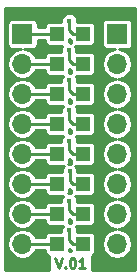
<source format=gtl>
%TF.GenerationSoftware,KiCad,Pcbnew,4.0.7*%
%TF.CreationDate,2017-11-27T18:36:53+08:00*%
%TF.ProjectId,LED_R,4C45445F522E6B696361645F70636200,rev?*%
%TF.FileFunction,Copper,L1,Top,Signal*%
%FSLAX46Y46*%
G04 Gerber Fmt 4.6, Leading zero omitted, Abs format (unit mm)*
G04 Created by KiCad (PCBNEW 4.0.7) date 11/27/17 18:36:53*
%MOMM*%
%LPD*%
G01*
G04 APERTURE LIST*
%ADD10C,0.100000*%
%ADD11C,0.212500*%
%ADD12R,1.200000X1.200000*%
%ADD13R,1.700000X1.700000*%
%ADD14O,1.700000X1.700000*%
%ADD15C,0.453000*%
%ADD16C,0.250000*%
%ADD17C,0.254000*%
G04 APERTURE END LIST*
D10*
D11*
X4774762Y-21724524D02*
X5058096Y-22574524D01*
X5341429Y-21724524D01*
X5624762Y-22493571D02*
X5665238Y-22534048D01*
X5624762Y-22574524D01*
X5584286Y-22534048D01*
X5624762Y-22493571D01*
X5624762Y-22574524D01*
X6191429Y-21724524D02*
X6272381Y-21724524D01*
X6353333Y-21765000D01*
X6393810Y-21805476D01*
X6434286Y-21886429D01*
X6474762Y-22048333D01*
X6474762Y-22250714D01*
X6434286Y-22412619D01*
X6393810Y-22493571D01*
X6353333Y-22534048D01*
X6272381Y-22574524D01*
X6191429Y-22574524D01*
X6110476Y-22534048D01*
X6070000Y-22493571D01*
X6029524Y-22412619D01*
X5989048Y-22250714D01*
X5989048Y-22048333D01*
X6029524Y-21886429D01*
X6070000Y-21805476D01*
X6110476Y-21765000D01*
X6191429Y-21724524D01*
X7284286Y-22574524D02*
X6798572Y-22574524D01*
X7041429Y-22574524D02*
X7041429Y-21724524D01*
X6960477Y-21845952D01*
X6879524Y-21926905D01*
X6798572Y-21967381D01*
D12*
X7097600Y-20489200D03*
X4897600Y-20489200D03*
X7097600Y-17949200D03*
X4897600Y-17949200D03*
X7097600Y-15409200D03*
X4897600Y-15409200D03*
X7097600Y-12869200D03*
X4897600Y-12869200D03*
X7097600Y-10329200D03*
X4897600Y-10329200D03*
X7097600Y-7789200D03*
X4897600Y-7789200D03*
X7097600Y-5249200D03*
X4897600Y-5249200D03*
X7097600Y-2709200D03*
X4897600Y-2709200D03*
D13*
X9997600Y-2709200D03*
D14*
X9997600Y-5249200D03*
X9997600Y-7789200D03*
X9997600Y-10329200D03*
X9997600Y-12869200D03*
X9997600Y-15409200D03*
X9997600Y-17949200D03*
X9997600Y-20489200D03*
D13*
X1997600Y-2709200D03*
D14*
X1997600Y-5249200D03*
X1997600Y-7789200D03*
X1997600Y-10329200D03*
X1997600Y-12869200D03*
X1997600Y-15409200D03*
X1997600Y-17949200D03*
X1997600Y-20489200D03*
D15*
X5950000Y-1600006D03*
X5900000Y-4100000D03*
X5950000Y-6650000D03*
X5950000Y-9200002D03*
X5950000Y-11750006D03*
X6000004Y-14350000D03*
X5950000Y-16850000D03*
X5950000Y-19350002D03*
D16*
X5950000Y-1920325D02*
X5950000Y-1600006D01*
X6247600Y-2709200D02*
X5950000Y-2411600D01*
X7097600Y-2709200D02*
X6247600Y-2709200D01*
X5950000Y-2411600D02*
X5950000Y-1920325D01*
X1997600Y-2709200D02*
X4897600Y-2709200D01*
X5900000Y-4420319D02*
X5900000Y-4100000D01*
X5900000Y-4901600D02*
X5900000Y-4420319D01*
X6247600Y-5249200D02*
X5900000Y-4901600D01*
X7097600Y-5249200D02*
X6247600Y-5249200D01*
X4897600Y-5249200D02*
X1997600Y-5249200D01*
X6247600Y-7789200D02*
X5950000Y-7491600D01*
X7097600Y-7789200D02*
X6247600Y-7789200D01*
X5950000Y-7491600D02*
X5950000Y-6970319D01*
X5950000Y-6970319D02*
X5950000Y-6650000D01*
X2199681Y-7789200D02*
X4897600Y-7789200D01*
X5950000Y-10031600D02*
X5950000Y-9520321D01*
X7097600Y-10329200D02*
X6247600Y-10329200D01*
X5950000Y-9520321D02*
X5950000Y-9200002D01*
X6247600Y-10329200D02*
X5950000Y-10031600D01*
X4897600Y-10329200D02*
X4047600Y-10329200D01*
X4047600Y-10329200D02*
X1997600Y-10329200D01*
X5950000Y-12571600D02*
X5950000Y-12070325D01*
X6247600Y-12869200D02*
X5950000Y-12571600D01*
X7097600Y-12869200D02*
X6247600Y-12869200D01*
X5950000Y-12070325D02*
X5950000Y-11750006D01*
X4897600Y-12869200D02*
X1997600Y-12869200D01*
X6000004Y-14670319D02*
X6000004Y-14350000D01*
X6000004Y-15161604D02*
X6000004Y-14670319D01*
X6247600Y-15409200D02*
X6000004Y-15161604D01*
X7097600Y-15409200D02*
X6247600Y-15409200D01*
X4897600Y-15409200D02*
X1997600Y-15409200D01*
X5950000Y-17170319D02*
X5950000Y-16850000D01*
X5950000Y-17651600D02*
X5950000Y-17170319D01*
X6247600Y-17949200D02*
X5950000Y-17651600D01*
X7097600Y-17949200D02*
X6247600Y-17949200D01*
X1997600Y-17949200D02*
X3199681Y-17949200D01*
X3199681Y-17949200D02*
X4897600Y-17949200D01*
X5950000Y-19670321D02*
X5950000Y-19350002D01*
X5950000Y-20191600D02*
X5950000Y-19670321D01*
X6247600Y-20489200D02*
X5950000Y-20191600D01*
X7097600Y-20489200D02*
X6247600Y-20489200D01*
X4897600Y-20489200D02*
X4047600Y-20489200D01*
X4047600Y-20489200D02*
X1997600Y-20489200D01*
D17*
G36*
X11498000Y-22698000D02*
X7873191Y-22698000D01*
X7873191Y-21483624D01*
X8001167Y-21401273D01*
X8098664Y-21258581D01*
X8132965Y-21089200D01*
X8132965Y-19889200D01*
X8103191Y-19730963D01*
X8009673Y-19585633D01*
X7866981Y-19488136D01*
X7697600Y-19453835D01*
X6603409Y-19453835D01*
X6603613Y-19220583D01*
X6506093Y-18984565D01*
X7697600Y-18984565D01*
X7855837Y-18954791D01*
X8001167Y-18861273D01*
X8098664Y-18718581D01*
X8132965Y-18549200D01*
X8132965Y-17349200D01*
X8103191Y-17190963D01*
X8009673Y-17045633D01*
X7866981Y-16948136D01*
X7697600Y-16913835D01*
X6603444Y-16913835D01*
X6603613Y-16720581D01*
X6504334Y-16480305D01*
X6461322Y-16437218D01*
X6497600Y-16444565D01*
X7697600Y-16444565D01*
X7855837Y-16414791D01*
X8001167Y-16321273D01*
X8098664Y-16178581D01*
X8132965Y-16009200D01*
X8132965Y-14809200D01*
X8103191Y-14650963D01*
X8009673Y-14505633D01*
X7866981Y-14408136D01*
X7697600Y-14373835D01*
X6653483Y-14373835D01*
X6653617Y-14220581D01*
X6554338Y-13980305D01*
X6473948Y-13899775D01*
X6497600Y-13904565D01*
X7697600Y-13904565D01*
X7855837Y-13874791D01*
X8001167Y-13781273D01*
X8098664Y-13638581D01*
X8132965Y-13469200D01*
X8132965Y-12269200D01*
X8103191Y-12110963D01*
X8009673Y-11965633D01*
X7866981Y-11868136D01*
X7697600Y-11833835D01*
X6603427Y-11833835D01*
X6603613Y-11620587D01*
X6504334Y-11380311D01*
X6486339Y-11362285D01*
X6497600Y-11364565D01*
X7697600Y-11364565D01*
X7855837Y-11334791D01*
X8001167Y-11241273D01*
X8098664Y-11098581D01*
X8132965Y-10929200D01*
X8132965Y-9729200D01*
X8103191Y-9570963D01*
X8009673Y-9425633D01*
X7866981Y-9328136D01*
X7697600Y-9293835D01*
X6603418Y-9293835D01*
X6603613Y-9070583D01*
X6504334Y-8830307D01*
X6498602Y-8824565D01*
X7697600Y-8824565D01*
X7855837Y-8794791D01*
X8001167Y-8701273D01*
X8098664Y-8558581D01*
X8132965Y-8389200D01*
X8132965Y-7189200D01*
X8103191Y-7030963D01*
X8009673Y-6885633D01*
X7866981Y-6788136D01*
X7697600Y-6753835D01*
X6603409Y-6753835D01*
X6603613Y-6520581D01*
X6506094Y-6284565D01*
X7697600Y-6284565D01*
X7855837Y-6254791D01*
X8001167Y-6161273D01*
X8098664Y-6018581D01*
X8132965Y-5849200D01*
X8132965Y-5249200D01*
X8695582Y-5249200D01*
X8792788Y-5737887D01*
X9069607Y-6152175D01*
X9483895Y-6428994D01*
X9937391Y-6519200D01*
X9483895Y-6609406D01*
X9069607Y-6886225D01*
X8792788Y-7300513D01*
X8695582Y-7789200D01*
X8792788Y-8277887D01*
X9069607Y-8692175D01*
X9483895Y-8968994D01*
X9937391Y-9059200D01*
X9483895Y-9149406D01*
X9069607Y-9426225D01*
X8792788Y-9840513D01*
X8695582Y-10329200D01*
X8792788Y-10817887D01*
X9069607Y-11232175D01*
X9483895Y-11508994D01*
X9937391Y-11599200D01*
X9483895Y-11689406D01*
X9069607Y-11966225D01*
X8792788Y-12380513D01*
X8695582Y-12869200D01*
X8792788Y-13357887D01*
X9069607Y-13772175D01*
X9483895Y-14048994D01*
X9937391Y-14139200D01*
X9483895Y-14229406D01*
X9069607Y-14506225D01*
X8792788Y-14920513D01*
X8695582Y-15409200D01*
X8792788Y-15897887D01*
X9069607Y-16312175D01*
X9483895Y-16588994D01*
X9937391Y-16679200D01*
X9483895Y-16769406D01*
X9069607Y-17046225D01*
X8792788Y-17460513D01*
X8695582Y-17949200D01*
X8792788Y-18437887D01*
X9069607Y-18852175D01*
X9483895Y-19128994D01*
X9937391Y-19219200D01*
X9483895Y-19309406D01*
X9069607Y-19586225D01*
X8792788Y-20000513D01*
X8695582Y-20489200D01*
X8792788Y-20977887D01*
X9069607Y-21392175D01*
X9483895Y-21668994D01*
X9972582Y-21766200D01*
X10022618Y-21766200D01*
X10511305Y-21668994D01*
X10925593Y-21392175D01*
X11202412Y-20977887D01*
X11299618Y-20489200D01*
X11202412Y-20000513D01*
X10925593Y-19586225D01*
X10511305Y-19309406D01*
X10057809Y-19219200D01*
X10511305Y-19128994D01*
X10925593Y-18852175D01*
X11202412Y-18437887D01*
X11299618Y-17949200D01*
X11202412Y-17460513D01*
X10925593Y-17046225D01*
X10511305Y-16769406D01*
X10057809Y-16679200D01*
X10511305Y-16588994D01*
X10925593Y-16312175D01*
X11202412Y-15897887D01*
X11299618Y-15409200D01*
X11202412Y-14920513D01*
X10925593Y-14506225D01*
X10511305Y-14229406D01*
X10057809Y-14139200D01*
X10511305Y-14048994D01*
X10925593Y-13772175D01*
X11202412Y-13357887D01*
X11299618Y-12869200D01*
X11202412Y-12380513D01*
X10925593Y-11966225D01*
X10511305Y-11689406D01*
X10057809Y-11599200D01*
X10511305Y-11508994D01*
X10925593Y-11232175D01*
X11202412Y-10817887D01*
X11299618Y-10329200D01*
X11202412Y-9840513D01*
X10925593Y-9426225D01*
X10511305Y-9149406D01*
X10057809Y-9059200D01*
X10511305Y-8968994D01*
X10925593Y-8692175D01*
X11202412Y-8277887D01*
X11299618Y-7789200D01*
X11202412Y-7300513D01*
X10925593Y-6886225D01*
X10511305Y-6609406D01*
X10057809Y-6519200D01*
X10511305Y-6428994D01*
X10925593Y-6152175D01*
X11202412Y-5737887D01*
X11299618Y-5249200D01*
X11202412Y-4760513D01*
X10925593Y-4346225D01*
X10511305Y-4069406D01*
X10135054Y-3994565D01*
X10847600Y-3994565D01*
X11005837Y-3964791D01*
X11151167Y-3871273D01*
X11248664Y-3728581D01*
X11282965Y-3559200D01*
X11282965Y-1859200D01*
X11253191Y-1700963D01*
X11159673Y-1555633D01*
X11016981Y-1458136D01*
X10847600Y-1423835D01*
X9147600Y-1423835D01*
X8989363Y-1453609D01*
X8844033Y-1547127D01*
X8746536Y-1689819D01*
X8712235Y-1859200D01*
X8712235Y-3559200D01*
X8742009Y-3717437D01*
X8835527Y-3862767D01*
X8978219Y-3960264D01*
X9147600Y-3994565D01*
X9860146Y-3994565D01*
X9483895Y-4069406D01*
X9069607Y-4346225D01*
X8792788Y-4760513D01*
X8695582Y-5249200D01*
X8132965Y-5249200D01*
X8132965Y-4649200D01*
X8103191Y-4490963D01*
X8009673Y-4345633D01*
X7866981Y-4248136D01*
X7697600Y-4213835D01*
X6553401Y-4213835D01*
X6553613Y-3970581D01*
X6456813Y-3736305D01*
X6497600Y-3744565D01*
X7697600Y-3744565D01*
X7855837Y-3714791D01*
X8001167Y-3621273D01*
X8098664Y-3478581D01*
X8132965Y-3309200D01*
X8132965Y-2109200D01*
X8103191Y-1950963D01*
X8009673Y-1805633D01*
X7866981Y-1708136D01*
X7697600Y-1673835D01*
X6603436Y-1673835D01*
X6603613Y-1470587D01*
X6504334Y-1230311D01*
X6320661Y-1046319D01*
X6080560Y-946620D01*
X5820581Y-946393D01*
X5580305Y-1045672D01*
X5396313Y-1229345D01*
X5296614Y-1469446D01*
X5296436Y-1673835D01*
X4297600Y-1673835D01*
X4139363Y-1703609D01*
X3994033Y-1797127D01*
X3896536Y-1939819D01*
X3862235Y-2109200D01*
X3862235Y-2157200D01*
X3282965Y-2157200D01*
X3282965Y-1859200D01*
X3253191Y-1700963D01*
X3159673Y-1555633D01*
X3016981Y-1458136D01*
X2847600Y-1423835D01*
X1147600Y-1423835D01*
X989363Y-1453609D01*
X844033Y-1547127D01*
X746536Y-1689819D01*
X712235Y-1859200D01*
X712235Y-3559200D01*
X742009Y-3717437D01*
X835527Y-3862767D01*
X978219Y-3960264D01*
X1147600Y-3994565D01*
X1860146Y-3994565D01*
X1483895Y-4069406D01*
X1069607Y-4346225D01*
X792788Y-4760513D01*
X695582Y-5249200D01*
X792788Y-5737887D01*
X1069607Y-6152175D01*
X1483895Y-6428994D01*
X1937391Y-6519200D01*
X1483895Y-6609406D01*
X1069607Y-6886225D01*
X792788Y-7300513D01*
X695582Y-7789200D01*
X792788Y-8277887D01*
X1069607Y-8692175D01*
X1483895Y-8968994D01*
X1937391Y-9059200D01*
X1483895Y-9149406D01*
X1069607Y-9426225D01*
X792788Y-9840513D01*
X695582Y-10329200D01*
X792788Y-10817887D01*
X1069607Y-11232175D01*
X1483895Y-11508994D01*
X1937391Y-11599200D01*
X1483895Y-11689406D01*
X1069607Y-11966225D01*
X792788Y-12380513D01*
X695582Y-12869200D01*
X792788Y-13357887D01*
X1069607Y-13772175D01*
X1483895Y-14048994D01*
X1937391Y-14139200D01*
X1483895Y-14229406D01*
X1069607Y-14506225D01*
X792788Y-14920513D01*
X695582Y-15409200D01*
X792788Y-15897887D01*
X1069607Y-16312175D01*
X1483895Y-16588994D01*
X1937391Y-16679200D01*
X1483895Y-16769406D01*
X1069607Y-17046225D01*
X792788Y-17460513D01*
X695582Y-17949200D01*
X792788Y-18437887D01*
X1069607Y-18852175D01*
X1483895Y-19128994D01*
X1937391Y-19219200D01*
X1483895Y-19309406D01*
X1069607Y-19586225D01*
X792788Y-20000513D01*
X695582Y-20489200D01*
X792788Y-20977887D01*
X1069607Y-21392175D01*
X1483895Y-21668994D01*
X1972582Y-21766200D01*
X2022618Y-21766200D01*
X2511305Y-21668994D01*
X2925593Y-21392175D01*
X3160108Y-21041200D01*
X3862235Y-21041200D01*
X3862235Y-21089200D01*
X3892009Y-21247437D01*
X3985527Y-21392767D01*
X4128219Y-21490264D01*
X4266810Y-21518330D01*
X4266810Y-22698000D01*
X502000Y-22698000D01*
X502000Y-502000D01*
X11498000Y-502000D01*
X11498000Y-22698000D01*
X11498000Y-22698000D01*
G37*
X11498000Y-22698000D02*
X7873191Y-22698000D01*
X7873191Y-21483624D01*
X8001167Y-21401273D01*
X8098664Y-21258581D01*
X8132965Y-21089200D01*
X8132965Y-19889200D01*
X8103191Y-19730963D01*
X8009673Y-19585633D01*
X7866981Y-19488136D01*
X7697600Y-19453835D01*
X6603409Y-19453835D01*
X6603613Y-19220583D01*
X6506093Y-18984565D01*
X7697600Y-18984565D01*
X7855837Y-18954791D01*
X8001167Y-18861273D01*
X8098664Y-18718581D01*
X8132965Y-18549200D01*
X8132965Y-17349200D01*
X8103191Y-17190963D01*
X8009673Y-17045633D01*
X7866981Y-16948136D01*
X7697600Y-16913835D01*
X6603444Y-16913835D01*
X6603613Y-16720581D01*
X6504334Y-16480305D01*
X6461322Y-16437218D01*
X6497600Y-16444565D01*
X7697600Y-16444565D01*
X7855837Y-16414791D01*
X8001167Y-16321273D01*
X8098664Y-16178581D01*
X8132965Y-16009200D01*
X8132965Y-14809200D01*
X8103191Y-14650963D01*
X8009673Y-14505633D01*
X7866981Y-14408136D01*
X7697600Y-14373835D01*
X6653483Y-14373835D01*
X6653617Y-14220581D01*
X6554338Y-13980305D01*
X6473948Y-13899775D01*
X6497600Y-13904565D01*
X7697600Y-13904565D01*
X7855837Y-13874791D01*
X8001167Y-13781273D01*
X8098664Y-13638581D01*
X8132965Y-13469200D01*
X8132965Y-12269200D01*
X8103191Y-12110963D01*
X8009673Y-11965633D01*
X7866981Y-11868136D01*
X7697600Y-11833835D01*
X6603427Y-11833835D01*
X6603613Y-11620587D01*
X6504334Y-11380311D01*
X6486339Y-11362285D01*
X6497600Y-11364565D01*
X7697600Y-11364565D01*
X7855837Y-11334791D01*
X8001167Y-11241273D01*
X8098664Y-11098581D01*
X8132965Y-10929200D01*
X8132965Y-9729200D01*
X8103191Y-9570963D01*
X8009673Y-9425633D01*
X7866981Y-9328136D01*
X7697600Y-9293835D01*
X6603418Y-9293835D01*
X6603613Y-9070583D01*
X6504334Y-8830307D01*
X6498602Y-8824565D01*
X7697600Y-8824565D01*
X7855837Y-8794791D01*
X8001167Y-8701273D01*
X8098664Y-8558581D01*
X8132965Y-8389200D01*
X8132965Y-7189200D01*
X8103191Y-7030963D01*
X8009673Y-6885633D01*
X7866981Y-6788136D01*
X7697600Y-6753835D01*
X6603409Y-6753835D01*
X6603613Y-6520581D01*
X6506094Y-6284565D01*
X7697600Y-6284565D01*
X7855837Y-6254791D01*
X8001167Y-6161273D01*
X8098664Y-6018581D01*
X8132965Y-5849200D01*
X8132965Y-5249200D01*
X8695582Y-5249200D01*
X8792788Y-5737887D01*
X9069607Y-6152175D01*
X9483895Y-6428994D01*
X9937391Y-6519200D01*
X9483895Y-6609406D01*
X9069607Y-6886225D01*
X8792788Y-7300513D01*
X8695582Y-7789200D01*
X8792788Y-8277887D01*
X9069607Y-8692175D01*
X9483895Y-8968994D01*
X9937391Y-9059200D01*
X9483895Y-9149406D01*
X9069607Y-9426225D01*
X8792788Y-9840513D01*
X8695582Y-10329200D01*
X8792788Y-10817887D01*
X9069607Y-11232175D01*
X9483895Y-11508994D01*
X9937391Y-11599200D01*
X9483895Y-11689406D01*
X9069607Y-11966225D01*
X8792788Y-12380513D01*
X8695582Y-12869200D01*
X8792788Y-13357887D01*
X9069607Y-13772175D01*
X9483895Y-14048994D01*
X9937391Y-14139200D01*
X9483895Y-14229406D01*
X9069607Y-14506225D01*
X8792788Y-14920513D01*
X8695582Y-15409200D01*
X8792788Y-15897887D01*
X9069607Y-16312175D01*
X9483895Y-16588994D01*
X9937391Y-16679200D01*
X9483895Y-16769406D01*
X9069607Y-17046225D01*
X8792788Y-17460513D01*
X8695582Y-17949200D01*
X8792788Y-18437887D01*
X9069607Y-18852175D01*
X9483895Y-19128994D01*
X9937391Y-19219200D01*
X9483895Y-19309406D01*
X9069607Y-19586225D01*
X8792788Y-20000513D01*
X8695582Y-20489200D01*
X8792788Y-20977887D01*
X9069607Y-21392175D01*
X9483895Y-21668994D01*
X9972582Y-21766200D01*
X10022618Y-21766200D01*
X10511305Y-21668994D01*
X10925593Y-21392175D01*
X11202412Y-20977887D01*
X11299618Y-20489200D01*
X11202412Y-20000513D01*
X10925593Y-19586225D01*
X10511305Y-19309406D01*
X10057809Y-19219200D01*
X10511305Y-19128994D01*
X10925593Y-18852175D01*
X11202412Y-18437887D01*
X11299618Y-17949200D01*
X11202412Y-17460513D01*
X10925593Y-17046225D01*
X10511305Y-16769406D01*
X10057809Y-16679200D01*
X10511305Y-16588994D01*
X10925593Y-16312175D01*
X11202412Y-15897887D01*
X11299618Y-15409200D01*
X11202412Y-14920513D01*
X10925593Y-14506225D01*
X10511305Y-14229406D01*
X10057809Y-14139200D01*
X10511305Y-14048994D01*
X10925593Y-13772175D01*
X11202412Y-13357887D01*
X11299618Y-12869200D01*
X11202412Y-12380513D01*
X10925593Y-11966225D01*
X10511305Y-11689406D01*
X10057809Y-11599200D01*
X10511305Y-11508994D01*
X10925593Y-11232175D01*
X11202412Y-10817887D01*
X11299618Y-10329200D01*
X11202412Y-9840513D01*
X10925593Y-9426225D01*
X10511305Y-9149406D01*
X10057809Y-9059200D01*
X10511305Y-8968994D01*
X10925593Y-8692175D01*
X11202412Y-8277887D01*
X11299618Y-7789200D01*
X11202412Y-7300513D01*
X10925593Y-6886225D01*
X10511305Y-6609406D01*
X10057809Y-6519200D01*
X10511305Y-6428994D01*
X10925593Y-6152175D01*
X11202412Y-5737887D01*
X11299618Y-5249200D01*
X11202412Y-4760513D01*
X10925593Y-4346225D01*
X10511305Y-4069406D01*
X10135054Y-3994565D01*
X10847600Y-3994565D01*
X11005837Y-3964791D01*
X11151167Y-3871273D01*
X11248664Y-3728581D01*
X11282965Y-3559200D01*
X11282965Y-1859200D01*
X11253191Y-1700963D01*
X11159673Y-1555633D01*
X11016981Y-1458136D01*
X10847600Y-1423835D01*
X9147600Y-1423835D01*
X8989363Y-1453609D01*
X8844033Y-1547127D01*
X8746536Y-1689819D01*
X8712235Y-1859200D01*
X8712235Y-3559200D01*
X8742009Y-3717437D01*
X8835527Y-3862767D01*
X8978219Y-3960264D01*
X9147600Y-3994565D01*
X9860146Y-3994565D01*
X9483895Y-4069406D01*
X9069607Y-4346225D01*
X8792788Y-4760513D01*
X8695582Y-5249200D01*
X8132965Y-5249200D01*
X8132965Y-4649200D01*
X8103191Y-4490963D01*
X8009673Y-4345633D01*
X7866981Y-4248136D01*
X7697600Y-4213835D01*
X6553401Y-4213835D01*
X6553613Y-3970581D01*
X6456813Y-3736305D01*
X6497600Y-3744565D01*
X7697600Y-3744565D01*
X7855837Y-3714791D01*
X8001167Y-3621273D01*
X8098664Y-3478581D01*
X8132965Y-3309200D01*
X8132965Y-2109200D01*
X8103191Y-1950963D01*
X8009673Y-1805633D01*
X7866981Y-1708136D01*
X7697600Y-1673835D01*
X6603436Y-1673835D01*
X6603613Y-1470587D01*
X6504334Y-1230311D01*
X6320661Y-1046319D01*
X6080560Y-946620D01*
X5820581Y-946393D01*
X5580305Y-1045672D01*
X5396313Y-1229345D01*
X5296614Y-1469446D01*
X5296436Y-1673835D01*
X4297600Y-1673835D01*
X4139363Y-1703609D01*
X3994033Y-1797127D01*
X3896536Y-1939819D01*
X3862235Y-2109200D01*
X3862235Y-2157200D01*
X3282965Y-2157200D01*
X3282965Y-1859200D01*
X3253191Y-1700963D01*
X3159673Y-1555633D01*
X3016981Y-1458136D01*
X2847600Y-1423835D01*
X1147600Y-1423835D01*
X989363Y-1453609D01*
X844033Y-1547127D01*
X746536Y-1689819D01*
X712235Y-1859200D01*
X712235Y-3559200D01*
X742009Y-3717437D01*
X835527Y-3862767D01*
X978219Y-3960264D01*
X1147600Y-3994565D01*
X1860146Y-3994565D01*
X1483895Y-4069406D01*
X1069607Y-4346225D01*
X792788Y-4760513D01*
X695582Y-5249200D01*
X792788Y-5737887D01*
X1069607Y-6152175D01*
X1483895Y-6428994D01*
X1937391Y-6519200D01*
X1483895Y-6609406D01*
X1069607Y-6886225D01*
X792788Y-7300513D01*
X695582Y-7789200D01*
X792788Y-8277887D01*
X1069607Y-8692175D01*
X1483895Y-8968994D01*
X1937391Y-9059200D01*
X1483895Y-9149406D01*
X1069607Y-9426225D01*
X792788Y-9840513D01*
X695582Y-10329200D01*
X792788Y-10817887D01*
X1069607Y-11232175D01*
X1483895Y-11508994D01*
X1937391Y-11599200D01*
X1483895Y-11689406D01*
X1069607Y-11966225D01*
X792788Y-12380513D01*
X695582Y-12869200D01*
X792788Y-13357887D01*
X1069607Y-13772175D01*
X1483895Y-14048994D01*
X1937391Y-14139200D01*
X1483895Y-14229406D01*
X1069607Y-14506225D01*
X792788Y-14920513D01*
X695582Y-15409200D01*
X792788Y-15897887D01*
X1069607Y-16312175D01*
X1483895Y-16588994D01*
X1937391Y-16679200D01*
X1483895Y-16769406D01*
X1069607Y-17046225D01*
X792788Y-17460513D01*
X695582Y-17949200D01*
X792788Y-18437887D01*
X1069607Y-18852175D01*
X1483895Y-19128994D01*
X1937391Y-19219200D01*
X1483895Y-19309406D01*
X1069607Y-19586225D01*
X792788Y-20000513D01*
X695582Y-20489200D01*
X792788Y-20977887D01*
X1069607Y-21392175D01*
X1483895Y-21668994D01*
X1972582Y-21766200D01*
X2022618Y-21766200D01*
X2511305Y-21668994D01*
X2925593Y-21392175D01*
X3160108Y-21041200D01*
X3862235Y-21041200D01*
X3862235Y-21089200D01*
X3892009Y-21247437D01*
X3985527Y-21392767D01*
X4128219Y-21490264D01*
X4266810Y-21518330D01*
X4266810Y-22698000D01*
X502000Y-22698000D01*
X502000Y-502000D01*
X11498000Y-502000D01*
X11498000Y-22698000D01*
G36*
X6036358Y-20999182D02*
X6062235Y-21004329D01*
X6062235Y-21061750D01*
X5932965Y-21061750D01*
X5932965Y-20930096D01*
X6036358Y-20999182D01*
X6036358Y-20999182D01*
G37*
X6036358Y-20999182D02*
X6062235Y-21004329D01*
X6062235Y-21061750D01*
X5932965Y-21061750D01*
X5932965Y-20930096D01*
X6036358Y-20999182D01*
G36*
X3862235Y-18549200D02*
X3892009Y-18707437D01*
X3985527Y-18852767D01*
X4128219Y-18950264D01*
X4297600Y-18984565D01*
X5394144Y-18984565D01*
X5296614Y-19219442D01*
X5296409Y-19453835D01*
X4297600Y-19453835D01*
X4139363Y-19483609D01*
X3994033Y-19577127D01*
X3896536Y-19719819D01*
X3862235Y-19889200D01*
X3862235Y-19937200D01*
X3160108Y-19937200D01*
X2925593Y-19586225D01*
X2511305Y-19309406D01*
X2057809Y-19219200D01*
X2511305Y-19128994D01*
X2925593Y-18852175D01*
X3160108Y-18501200D01*
X3862235Y-18501200D01*
X3862235Y-18549200D01*
X3862235Y-18549200D01*
G37*
X3862235Y-18549200D02*
X3892009Y-18707437D01*
X3985527Y-18852767D01*
X4128219Y-18950264D01*
X4297600Y-18984565D01*
X5394144Y-18984565D01*
X5296614Y-19219442D01*
X5296409Y-19453835D01*
X4297600Y-19453835D01*
X4139363Y-19483609D01*
X3994033Y-19577127D01*
X3896536Y-19719819D01*
X3862235Y-19889200D01*
X3862235Y-19937200D01*
X3160108Y-19937200D01*
X2925593Y-19586225D01*
X2511305Y-19309406D01*
X2057809Y-19219200D01*
X2511305Y-19128994D01*
X2925593Y-18852175D01*
X3160108Y-18501200D01*
X3862235Y-18501200D01*
X3862235Y-18549200D01*
G36*
X6036358Y-18459182D02*
X6062235Y-18464329D01*
X6062235Y-18549200D01*
X6090771Y-18700856D01*
X6080560Y-18696616D01*
X5903143Y-18696461D01*
X5932965Y-18549200D01*
X5932965Y-18390096D01*
X6036358Y-18459182D01*
X6036358Y-18459182D01*
G37*
X6036358Y-18459182D02*
X6062235Y-18464329D01*
X6062235Y-18549200D01*
X6090771Y-18700856D01*
X6080560Y-18696616D01*
X5903143Y-18696461D01*
X5932965Y-18549200D01*
X5932965Y-18390096D01*
X6036358Y-18459182D01*
G36*
X3862235Y-16009200D02*
X3892009Y-16167437D01*
X3985527Y-16312767D01*
X4128219Y-16410264D01*
X4297600Y-16444565D01*
X5431147Y-16444565D01*
X5396313Y-16479339D01*
X5296614Y-16719440D01*
X5296444Y-16913835D01*
X4297600Y-16913835D01*
X4139363Y-16943609D01*
X3994033Y-17037127D01*
X3896536Y-17179819D01*
X3862235Y-17349200D01*
X3862235Y-17397200D01*
X3160108Y-17397200D01*
X2925593Y-17046225D01*
X2511305Y-16769406D01*
X2057809Y-16679200D01*
X2511305Y-16588994D01*
X2925593Y-16312175D01*
X3160108Y-15961200D01*
X3862235Y-15961200D01*
X3862235Y-16009200D01*
X3862235Y-16009200D01*
G37*
X3862235Y-16009200D02*
X3892009Y-16167437D01*
X3985527Y-16312767D01*
X4128219Y-16410264D01*
X4297600Y-16444565D01*
X5431147Y-16444565D01*
X5396313Y-16479339D01*
X5296614Y-16719440D01*
X5296444Y-16913835D01*
X4297600Y-16913835D01*
X4139363Y-16943609D01*
X3994033Y-17037127D01*
X3896536Y-17179819D01*
X3862235Y-17349200D01*
X3862235Y-17397200D01*
X3160108Y-17397200D01*
X2925593Y-17046225D01*
X2511305Y-16769406D01*
X2057809Y-16679200D01*
X2511305Y-16588994D01*
X2925593Y-16312175D01*
X3160108Y-15961200D01*
X3862235Y-15961200D01*
X3862235Y-16009200D01*
G36*
X6036358Y-15919182D02*
X6062235Y-15924329D01*
X6062235Y-16009200D01*
X6092009Y-16167437D01*
X6121805Y-16213740D01*
X6080560Y-16196614D01*
X5886458Y-16196445D01*
X5898664Y-16178581D01*
X5932965Y-16009200D01*
X5932965Y-15850096D01*
X6036358Y-15919182D01*
X6036358Y-15919182D01*
G37*
X6036358Y-15919182D02*
X6062235Y-15924329D01*
X6062235Y-16009200D01*
X6092009Y-16167437D01*
X6121805Y-16213740D01*
X6080560Y-16196614D01*
X5886458Y-16196445D01*
X5898664Y-16178581D01*
X5932965Y-16009200D01*
X5932965Y-15850096D01*
X6036358Y-15919182D01*
G36*
X3862235Y-13469200D02*
X3892009Y-13627437D01*
X3985527Y-13772767D01*
X4128219Y-13870264D01*
X4297600Y-13904565D01*
X5497600Y-13904565D01*
X5526707Y-13899088D01*
X5446317Y-13979339D01*
X5346618Y-14219440D01*
X5346483Y-14373835D01*
X4297600Y-14373835D01*
X4139363Y-14403609D01*
X3994033Y-14497127D01*
X3896536Y-14639819D01*
X3862235Y-14809200D01*
X3862235Y-14857200D01*
X3160108Y-14857200D01*
X2925593Y-14506225D01*
X2511305Y-14229406D01*
X2057809Y-14139200D01*
X2511305Y-14048994D01*
X2925593Y-13772175D01*
X3160108Y-13421200D01*
X3862235Y-13421200D01*
X3862235Y-13469200D01*
X3862235Y-13469200D01*
G37*
X3862235Y-13469200D02*
X3892009Y-13627437D01*
X3985527Y-13772767D01*
X4128219Y-13870264D01*
X4297600Y-13904565D01*
X5497600Y-13904565D01*
X5526707Y-13899088D01*
X5446317Y-13979339D01*
X5346618Y-14219440D01*
X5346483Y-14373835D01*
X4297600Y-14373835D01*
X4139363Y-14403609D01*
X3994033Y-14497127D01*
X3896536Y-14639819D01*
X3862235Y-14809200D01*
X3862235Y-14857200D01*
X3160108Y-14857200D01*
X2925593Y-14506225D01*
X2511305Y-14229406D01*
X2057809Y-14139200D01*
X2511305Y-14048994D01*
X2925593Y-13772175D01*
X3160108Y-13421200D01*
X3862235Y-13421200D01*
X3862235Y-13469200D01*
G36*
X6036358Y-13379182D02*
X6062235Y-13384329D01*
X6062235Y-13469200D01*
X6092009Y-13627437D01*
X6138697Y-13699991D01*
X6130564Y-13696614D01*
X5870585Y-13696387D01*
X5854675Y-13702961D01*
X5898664Y-13638581D01*
X5932965Y-13469200D01*
X5932965Y-13310096D01*
X6036358Y-13379182D01*
X6036358Y-13379182D01*
G37*
X6036358Y-13379182D02*
X6062235Y-13384329D01*
X6062235Y-13469200D01*
X6092009Y-13627437D01*
X6138697Y-13699991D01*
X6130564Y-13696614D01*
X5870585Y-13696387D01*
X5854675Y-13702961D01*
X5898664Y-13638581D01*
X5932965Y-13469200D01*
X5932965Y-13310096D01*
X6036358Y-13379182D01*
G36*
X3862235Y-10929200D02*
X3892009Y-11087437D01*
X3985527Y-11232767D01*
X4128219Y-11330264D01*
X4297600Y-11364565D01*
X5411119Y-11364565D01*
X5396313Y-11379345D01*
X5296614Y-11619446D01*
X5296427Y-11833835D01*
X4297600Y-11833835D01*
X4139363Y-11863609D01*
X3994033Y-11957127D01*
X3896536Y-12099819D01*
X3862235Y-12269200D01*
X3862235Y-12317200D01*
X3160108Y-12317200D01*
X2925593Y-11966225D01*
X2511305Y-11689406D01*
X2057809Y-11599200D01*
X2511305Y-11508994D01*
X2925593Y-11232175D01*
X3160108Y-10881200D01*
X3862235Y-10881200D01*
X3862235Y-10929200D01*
X3862235Y-10929200D01*
G37*
X3862235Y-10929200D02*
X3892009Y-11087437D01*
X3985527Y-11232767D01*
X4128219Y-11330264D01*
X4297600Y-11364565D01*
X5411119Y-11364565D01*
X5396313Y-11379345D01*
X5296614Y-11619446D01*
X5296427Y-11833835D01*
X4297600Y-11833835D01*
X4139363Y-11863609D01*
X3994033Y-11957127D01*
X3896536Y-12099819D01*
X3862235Y-12269200D01*
X3862235Y-12317200D01*
X3160108Y-12317200D01*
X2925593Y-11966225D01*
X2511305Y-11689406D01*
X2057809Y-11599200D01*
X2511305Y-11508994D01*
X2925593Y-11232175D01*
X3160108Y-10881200D01*
X3862235Y-10881200D01*
X3862235Y-10929200D01*
G36*
X6036358Y-10839182D02*
X6062235Y-10844329D01*
X6062235Y-10929200D01*
X6092009Y-11087437D01*
X6104247Y-11106456D01*
X6080560Y-11096620D01*
X5899093Y-11096462D01*
X5932965Y-10929200D01*
X5932965Y-10770096D01*
X6036358Y-10839182D01*
X6036358Y-10839182D01*
G37*
X6036358Y-10839182D02*
X6062235Y-10844329D01*
X6062235Y-10929200D01*
X6092009Y-11087437D01*
X6104247Y-11106456D01*
X6080560Y-11096620D01*
X5899093Y-11096462D01*
X5932965Y-10929200D01*
X5932965Y-10770096D01*
X6036358Y-10839182D01*
G36*
X3862235Y-8389200D02*
X3892009Y-8547437D01*
X3985527Y-8692767D01*
X4128219Y-8790264D01*
X4297600Y-8824565D01*
X5401097Y-8824565D01*
X5396313Y-8829341D01*
X5296614Y-9069442D01*
X5296418Y-9293835D01*
X4297600Y-9293835D01*
X4139363Y-9323609D01*
X3994033Y-9417127D01*
X3896536Y-9559819D01*
X3862235Y-9729200D01*
X3862235Y-9777200D01*
X3160108Y-9777200D01*
X2925593Y-9426225D01*
X2511305Y-9149406D01*
X2057809Y-9059200D01*
X2511305Y-8968994D01*
X2925593Y-8692175D01*
X3160108Y-8341200D01*
X3862235Y-8341200D01*
X3862235Y-8389200D01*
X3862235Y-8389200D01*
G37*
X3862235Y-8389200D02*
X3892009Y-8547437D01*
X3985527Y-8692767D01*
X4128219Y-8790264D01*
X4297600Y-8824565D01*
X5401097Y-8824565D01*
X5396313Y-8829341D01*
X5296614Y-9069442D01*
X5296418Y-9293835D01*
X4297600Y-9293835D01*
X4139363Y-9323609D01*
X3994033Y-9417127D01*
X3896536Y-9559819D01*
X3862235Y-9729200D01*
X3862235Y-9777200D01*
X3160108Y-9777200D01*
X2925593Y-9426225D01*
X2511305Y-9149406D01*
X2057809Y-9059200D01*
X2511305Y-8968994D01*
X2925593Y-8692175D01*
X3160108Y-8341200D01*
X3862235Y-8341200D01*
X3862235Y-8389200D01*
G36*
X6036358Y-8299182D02*
X6062235Y-8304329D01*
X6062235Y-8389200D01*
X6092009Y-8547437D01*
X6095463Y-8552804D01*
X6080560Y-8546616D01*
X5901119Y-8546459D01*
X5932965Y-8389200D01*
X5932965Y-8230096D01*
X6036358Y-8299182D01*
X6036358Y-8299182D01*
G37*
X6036358Y-8299182D02*
X6062235Y-8304329D01*
X6062235Y-8389200D01*
X6092009Y-8547437D01*
X6095463Y-8552804D01*
X6080560Y-8546616D01*
X5901119Y-8546459D01*
X5932965Y-8389200D01*
X5932965Y-8230096D01*
X6036358Y-8299182D01*
G36*
X3862235Y-5849200D02*
X3892009Y-6007437D01*
X3985527Y-6152767D01*
X4128219Y-6250264D01*
X4297600Y-6284565D01*
X5394143Y-6284565D01*
X5296614Y-6519440D01*
X5296409Y-6753835D01*
X4297600Y-6753835D01*
X4139363Y-6783609D01*
X3994033Y-6877127D01*
X3896536Y-7019819D01*
X3862235Y-7189200D01*
X3862235Y-7237200D01*
X3160108Y-7237200D01*
X2925593Y-6886225D01*
X2511305Y-6609406D01*
X2057809Y-6519200D01*
X2511305Y-6428994D01*
X2925593Y-6152175D01*
X3160108Y-5801200D01*
X3862235Y-5801200D01*
X3862235Y-5849200D01*
X3862235Y-5849200D01*
G37*
X3862235Y-5849200D02*
X3892009Y-6007437D01*
X3985527Y-6152767D01*
X4128219Y-6250264D01*
X4297600Y-6284565D01*
X5394143Y-6284565D01*
X5296614Y-6519440D01*
X5296409Y-6753835D01*
X4297600Y-6753835D01*
X4139363Y-6783609D01*
X3994033Y-6877127D01*
X3896536Y-7019819D01*
X3862235Y-7189200D01*
X3862235Y-7237200D01*
X3160108Y-7237200D01*
X2925593Y-6886225D01*
X2511305Y-6609406D01*
X2057809Y-6519200D01*
X2511305Y-6428994D01*
X2925593Y-6152175D01*
X3160108Y-5801200D01*
X3862235Y-5801200D01*
X3862235Y-5849200D01*
G36*
X6036358Y-5759182D02*
X6062235Y-5764329D01*
X6062235Y-5849200D01*
X6090770Y-6000854D01*
X6080560Y-5996614D01*
X5903144Y-5996459D01*
X5932965Y-5849200D01*
X5932965Y-5690096D01*
X6036358Y-5759182D01*
X6036358Y-5759182D01*
G37*
X6036358Y-5759182D02*
X6062235Y-5764329D01*
X6062235Y-5849200D01*
X6090770Y-6000854D01*
X6080560Y-5996614D01*
X5903144Y-5996459D01*
X5932965Y-5849200D01*
X5932965Y-5690096D01*
X6036358Y-5759182D01*
G36*
X3862235Y-3309200D02*
X3892009Y-3467437D01*
X3985527Y-3612767D01*
X4128219Y-3710264D01*
X4297600Y-3744565D01*
X5339991Y-3744565D01*
X5246614Y-3969440D01*
X5246401Y-4213835D01*
X4297600Y-4213835D01*
X4139363Y-4243609D01*
X3994033Y-4337127D01*
X3896536Y-4479819D01*
X3862235Y-4649200D01*
X3862235Y-4697200D01*
X3160108Y-4697200D01*
X2925593Y-4346225D01*
X2511305Y-4069406D01*
X2135054Y-3994565D01*
X2847600Y-3994565D01*
X3005837Y-3964791D01*
X3151167Y-3871273D01*
X3248664Y-3728581D01*
X3282965Y-3559200D01*
X3282965Y-3261200D01*
X3862235Y-3261200D01*
X3862235Y-3309200D01*
X3862235Y-3309200D01*
G37*
X3862235Y-3309200D02*
X3892009Y-3467437D01*
X3985527Y-3612767D01*
X4128219Y-3710264D01*
X4297600Y-3744565D01*
X5339991Y-3744565D01*
X5246614Y-3969440D01*
X5246401Y-4213835D01*
X4297600Y-4213835D01*
X4139363Y-4243609D01*
X3994033Y-4337127D01*
X3896536Y-4479819D01*
X3862235Y-4649200D01*
X3862235Y-4697200D01*
X3160108Y-4697200D01*
X2925593Y-4346225D01*
X2511305Y-4069406D01*
X2135054Y-3994565D01*
X2847600Y-3994565D01*
X3005837Y-3964791D01*
X3151167Y-3871273D01*
X3248664Y-3728581D01*
X3282965Y-3559200D01*
X3282965Y-3261200D01*
X3862235Y-3261200D01*
X3862235Y-3309200D01*
G36*
X6036358Y-3219182D02*
X6062235Y-3224329D01*
X6062235Y-3309200D01*
X6092009Y-3467437D01*
X6096130Y-3473841D01*
X6030560Y-3446614D01*
X5905160Y-3446505D01*
X5932965Y-3309200D01*
X5932965Y-3150096D01*
X6036358Y-3219182D01*
X6036358Y-3219182D01*
G37*
X6036358Y-3219182D02*
X6062235Y-3224329D01*
X6062235Y-3309200D01*
X6092009Y-3467437D01*
X6096130Y-3473841D01*
X6030560Y-3446614D01*
X5905160Y-3446505D01*
X5932965Y-3309200D01*
X5932965Y-3150096D01*
X6036358Y-3219182D01*
M02*

</source>
